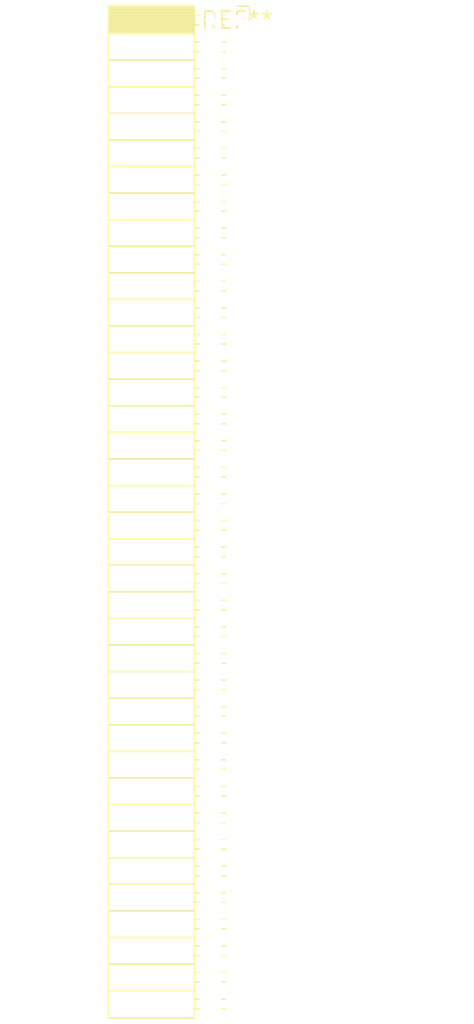
<source format=kicad_pcb>
(kicad_pcb (version 20240108) (generator pcbnew)
  (layers (0 "F.Cu" signal) (31 "B.Cu" signal) (34 "B.Paste" user) (35 "F.Paste" user) (36 "B.SilkS" user "B.Silkscreen") (37 "F.SilkS" user "F.Silkscreen") (38 "B.Mask" user) (39 "F.Mask" user) (44 "Edge.Cuts" user))
  (net 0 "")
  (footprint "PinSocket_2x38_P2.00mm_Horizontal" (layer "F.Cu") (at 0 0)
    (property "Reference" "REF**")
    (property "Value" "PinSocket_2x38_P2.00mm_Horizontal")
    (fp_line (start -9.68 -1.06) (end -9.68 75.06) (layer "F.SilkS") (stroke (width 0.12)))
    (fp_line (start -9.68 -1.06) (end -3.21 -1.06) (layer "F.SilkS") (stroke (width 0.12)))
    (fp_line (start -9.68 -0.94) (end -3.21 -0.94) (layer "F.SilkS") (stroke (width 0.12)))
    (fp_line (start -9.68 -0.825882) (end -3.21 -0.825882) (layer "F.SilkS") (stroke (width 0.12)))
    (fp_line (start -9.68 -0.711764) (end -3.21 -0.711764) (layer "F.SilkS") (stroke (width 0.12)))
    (fp_line (start -9.68 -0.597646) (end -3.21 -0.597646) (layer "F.SilkS") (stroke (width 0.12)))
    (fp_line (start -9.68 -0.483528) (end -3.21 -0.483528) (layer "F.SilkS") (stroke (width 0.12)))
    (fp_line (start -9.68 -0.36941) (end -3.21 -0.36941) (layer "F.SilkS") (stroke (width 0.12)))
    (fp_line (start -9.68 -0.255292) (end -3.21 -0.255292) (layer "F.SilkS") (stroke (width 0.12)))
    (fp_line (start -9.68 -0.141174) (end -3.21 -0.141174) (layer "F.SilkS") (stroke (width 0.12)))
    (fp_line (start -9.68 -0.027056) (end -3.21 -0.027056) (layer "F.SilkS") (stroke (width 0.12)))
    (fp_line (start -9.68 0.087062) (end -3.21 0.087062) (layer "F.SilkS") (stroke (width 0.12)))
    (fp_line (start -9.68 0.20118) (end -3.21 0.20118) (layer "F.SilkS") (stroke (width 0.12)))
    (fp_line (start -9.68 0.315298) (end -3.21 0.315298) (layer "F.SilkS") (stroke (width 0.12)))
    (fp_line (start -9.68 0.429416) (end -3.21 0.429416) (layer "F.SilkS") (stroke (width 0.12)))
    (fp_line (start -9.68 0.543534) (end -3.21 0.543534) (layer "F.SilkS") (stroke (width 0.12)))
    (fp_line (start -9.68 0.657652) (end -3.21 0.657652) (layer "F.SilkS") (stroke (width 0.12)))
    (fp_line (start -9.68 0.77177) (end -3.21 0.77177) (layer "F.SilkS") (stroke (width 0.12)))
    (fp_line (start -9.68 0.885888) (end -3.21 0.885888) (layer "F.SilkS") (stroke (width 0.12)))
    (fp_line (start -9.68 1) (end -3.21 1) (layer "F.SilkS") (stroke (width 0.12)))
    (fp_line (start -9.68 3) (end -3.21 3) (layer "F.SilkS") (stroke (width 0.12)))
    (fp_line (start -9.68 5) (end -3.21 5) (layer "F.SilkS") (stroke (width 0.12)))
    (fp_line (start -9.68 7) (end -3.21 7) (layer "F.SilkS") (stroke (width 0.12)))
    (fp_line (start -9.68 9) (end -3.21 9) (layer "F.SilkS") (stroke (width 0.12)))
    (fp_line (start -9.68 11) (end -3.21 11) (layer "F.SilkS") (stroke (width 0.12)))
    (fp_line (start -9.68 13) (end -3.21 13) (layer "F.SilkS") (stroke (width 0.12)))
    (fp_line (start -9.68 15) (end -3.21 15) (layer "F.SilkS") (stroke (width 0.12)))
    (fp_line (start -9.68 17) (end -3.21 17) (layer "F.SilkS") (stroke (width 0.12)))
    (fp_line (start -9.68 19) (end -3.21 19) (layer "F.SilkS") (stroke (width 0.12)))
    (fp_line (start -9.68 21) (end -3.21 21) (layer "F.SilkS") (stroke (width 0.12)))
    (fp_line (start -9.68 23) (end -3.21 23) (layer "F.SilkS") (stroke (width 0.12)))
    (fp_line (start -9.68 25) (end -3.21 25) (layer "F.SilkS") (stroke (width 0.12)))
    (fp_line (start -9.68 27) (end -3.21 27) (layer "F.SilkS") (stroke (width 0.12)))
    (fp_line (start -9.68 29) (end -3.21 29) (layer "F.SilkS") (stroke (width 0.12)))
    (fp_line (start -9.68 31) (end -3.21 31) (layer "F.SilkS") (stroke (width 0.12)))
    (fp_line (start -9.68 33) (end -3.21 33) (layer "F.SilkS") (stroke (width 0.12)))
    (fp_line (start -9.68 35) (end -3.21 35) (layer "F.SilkS") (stroke (width 0.12)))
    (fp_line (start -9.68 37) (end -3.21 37) (layer "F.SilkS") (stroke (width 0.12)))
    (fp_line (start -9.68 39) (end -3.21 39) (layer "F.SilkS") (stroke (width 0.12)))
    (fp_line (start -9.68 41) (end -3.21 41) (layer "F.SilkS") (stroke (width 0.12)))
    (fp_line (start -9.68 43) (end -3.21 43) (layer "F.SilkS") (stroke (width 0.12)))
    (fp_line (start -9.68 45) (end -3.21 45) (layer "F.SilkS") (stroke (width 0.12)))
    (fp_line (start -9.68 47) (end -3.21 47) (layer "F.SilkS") (stroke (width 0.12)))
    (fp_line (start -9.68 49) (end -3.21 49) (layer "F.SilkS") (stroke (width 0.12)))
    (fp_line (start -9.68 51) (end -3.21 51) (layer "F.SilkS") (stroke (width 0.12)))
    (fp_line (start -9.68 53) (end -3.21 53) (layer "F.SilkS") (stroke (width 0.12)))
    (fp_line (start -9.68 55) (end -3.21 55) (layer "F.SilkS") (stroke (width 0.12)))
    (fp_line (start -9.68 57) (end -3.21 57) (layer "F.SilkS") (stroke (width 0.12)))
    (fp_line (start -9.68 59) (end -3.21 59) (layer "F.SilkS") (stroke (width 0.12)))
    (fp_line (start -9.68 61) (end -3.21 61) (layer "F.SilkS") (stroke (width 0.12)))
    (fp_line (start -9.68 63) (end -3.21 63) (layer "F.SilkS") (stroke (width 0.12)))
    (fp_line (start -9.68 65) (end -3.21 65) (layer "F.SilkS") (stroke (width 0.12)))
    (fp_line (start -9.68 67) (end -3.21 67) (layer "F.SilkS") (stroke (width 0.12)))
    (fp_line (start -9.68 69) (end -3.21 69) (layer "F.SilkS") (stroke (width 0.12)))
    (fp_line (start -9.68 71) (end -3.21 71) (layer "F.SilkS") (stroke (width 0.12)))
    (fp_line (start -9.68 73) (end -3.21 73) (layer "F.SilkS") (stroke (width 0.12)))
    (fp_line (start -9.68 75.06) (end -3.21 75.06) (layer "F.SilkS") (stroke (width 0.12)))
    (fp_line (start -3.21 -1.06) (end -3.21 75.06) (layer "F.SilkS") (stroke (width 0.12)))
    (fp_line (start -3.21 -0.36) (end -2.862917 -0.36) (layer "F.SilkS") (stroke (width 0.12)))
    (fp_line (start -3.21 0.36) (end -2.862917 0.36) (layer "F.SilkS") (stroke (width 0.12)))
    (fp_line (start -3.21 1.64) (end -2.862917 1.64) (layer "F.SilkS") (stroke (width 0.12)))
    (fp_line (start -3.21 2.36) (end -2.862917 2.36) (layer "F.SilkS") (stroke (width 0.12)))
    (fp_line (start -3.21 3.64) (end -2.862917 3.64) (layer "F.SilkS") (stroke (width 0.12)))
    (fp_line (start -3.21 4.36) (end -2.862917 4.36) (layer "F.SilkS") (stroke (width 0.12)))
    (fp_line (start -3.21 5.64) (end -2.862917 5.64) (layer "F.SilkS") (stroke (width 0.12)))
    (fp_line (start -3.21 6.36) (end -2.862917 6.36) (layer "F.SilkS") (stroke (width 0.12)))
    (fp_line (start -3.21 7.64) (end -2.862917 7.64) (layer "F.SilkS") (stroke (width 0.12)))
    (fp_line (start -3.21 8.36) (end -2.862917 8.36) (layer "F.SilkS") (stroke (width 0.12)))
    (fp_line (start -3.21 9.64) (end -2.862917 9.64) (layer "F.SilkS") (stroke (width 0.12)))
    (fp_line (start -3.21 10.36) (end -2.862917 10.36) (layer "F.SilkS") (stroke (width 0.12)))
    (fp_line (start -3.21 11.64) (end -2.862917 11.64) (layer "F.SilkS") (stroke (width 0.12)))
    (fp_line (start -3.21 12.36) (end -2.862917 12.36) (layer "F.SilkS") (stroke (width 0.12)))
    (fp_line (start -3.21 13.64) (end -2.862917 13.64) (layer "F.SilkS") (stroke (width 0.12)))
    (fp_line (start -3.21 14.36) (end -2.862917 14.36) (layer "F.SilkS") (stroke (width 0.12)))
    (fp_line (start -3.21 15.64) (end -2.862917 15.64) (layer "F.SilkS") (stroke (width 0.12)))
    (fp_line (start -3.21 16.36) (end -2.862917 16.36) (layer "F.SilkS") (stroke (width 0.12)))
    (fp_line (start -3.21 17.64) (end -2.862917 17.64) (layer "F.SilkS") (stroke (width 0.12)))
    (fp_line (start -3.21 18.36) (end -2.862917 18.36) (layer "F.SilkS") (stroke (width 0.12)))
    (fp_line (start -3.21 19.64) (end -2.862917 19.64) (layer "F.SilkS") (stroke (width 0.12)))
    (fp_line (start -3.21 20.36) (end -2.862917 20.36) (layer "F.SilkS") (stroke (width 0.12)))
    (fp_line (start -3.21 21.64) (end -2.862917 21.64) (layer "F.SilkS") (stroke (width 0.12)))
    (fp_line (start -3.21 22.36) (end -2.862917 22.36) (layer "F.SilkS") (stroke (width 0.12)))
    (fp_line (start -3.21 23.64) (end -2.862917 23.64) (layer "F.SilkS") (stroke (width 0.12)))
    (fp_line (start -3.21 24.36) (end -2.862917 24.36) (layer "F.SilkS") (stroke (width 0.12)))
    (fp_line (start -3.21 25.64) (end -2.862917 25.64) (layer "F.SilkS") (stroke (width 0.12)))
    (fp_line (start -3.21 26.36) (end -2.862917 26.36) (layer "F.SilkS") (stroke (width 0.12)))
    (fp_line (start -3.21 27.64) (end -2.862917 27.64) (layer "F.SilkS") (stroke (width 0.12)))
    (fp_line (start -3.21 28.36) (end -2.862917 28.36) (layer "F.SilkS") (stroke (width 0.12)))
    (fp_line (start -3.21 29.64) (end -2.862917 29.64) (layer "F.SilkS") (stroke (width 0.12)))
    (fp_line (start -3.21 30.36) (end -2.862917 30.36) (layer "F.SilkS") (stroke (width 0.12)))
    (fp_line (start -3.21 31.64) (end -2.862917 31.64) (layer "F.SilkS") (stroke (width 0.12)))
    (fp_line (start -3.21 32.36) (end -2.862917 32.36) (layer "F.SilkS") (stroke (width 0.12)))
    (fp_line (start -3.21 33.64) (end -2.862917 33.64) (layer "F.SilkS") (stroke (width 0.12)))
    (fp_line (start -3.21 34.36) (end -2.862917 34.36) (layer "F.SilkS") (stroke (width 0.12)))
    (fp_line (start -3.21 35.64) (end -2.862917 35.64) (layer "F.SilkS") (stroke (width 0.12)))
    (fp_line (start -3.21 36.36) (end -2.862917 36.36) (layer "F.SilkS") (stroke (width 0.12)))
    (fp_line (start -3.21 37.64) (end -2.862917 37.64) (layer "F.SilkS") (stroke (width 0.12)))
    (fp_line (start -3.21 38.36) (end -2.862917 38.36) (layer "F.SilkS") (stroke (width 0.12)))
    (fp_line (start -3.21 39.64) (end -2.862917 39.64) (layer "F.SilkS") (stroke (width 0.12)))
    (fp_line (start -3.21 40.36) (end -2.862917 40.36) (layer "F.SilkS") (stroke (width 0.12)))
    (fp_line (start -3.21 41.64) (end -2.862917 41.64) (layer "F.SilkS") (stroke (width 0.12)))
    (fp_line (start -3.21 42.36) (end -2.862917 42.36) (layer "F.SilkS") (stroke (width 0.12)))
    (fp_line (start -3.21 43.64) (end -2.862917 43.64) (layer "F.SilkS") (stroke (width 0.12)))
    (fp_line (start -3.21 44.36) (end -2.862917 44.36) (layer "F.SilkS") (stroke (width 0.12)))
    (fp_line (start -3.21 45.64) (end -2.862917 45.64) (layer "F.SilkS") (stroke (width 0.12)))
    (fp_line (start -3.21 46.36) (end -2.862917 46.36) (layer "F.SilkS") (stroke (width 0.12)))
    (fp_line (start -3.21 47.64) (end -2.862917 47.64) (layer "F.SilkS") (stroke (width 0.12)))
    (fp_line (start -3.21 48.36) (end -2.862917 48.36) (layer "F.SilkS") (stroke (width 0.12)))
    (fp_line (start -3.21 49.64) (end -2.862917 49.64) (layer "F.SilkS") (stroke (width 0.12)))
    (fp_line (start -3.21 50.36) (end -2.862917 50.36) (layer "F.SilkS") (stroke (width 0.12)))
    (fp_line (start -3.21 51.64) (end -2.862917 51.64) (layer "F.SilkS") (stroke (width 0.12)))
    (fp_line (start -3.21 52.36) (end -2.862917 52.36) (layer "F.SilkS") (stroke (width 0.12)))
    (fp_line (start -3.21 53.64) (end -2.862917 53.64) (layer "F.SilkS") (stroke (width 0.12)))
    (fp_line (start -3.21 54.36) (end -2.862917 54.36) (layer "F.SilkS") (stroke (width 0.12)))
    (fp_line (start -3.21 55.64) (end -2.862917 55.64) (layer "F.SilkS") (stroke (width 0.12)))
    (fp_line (start -3.21 56.36) (end -2.862917 56.36) (layer "F.SilkS") (stroke (width 0.12)))
    (fp_line (start -3.21 57.64) (end -2.862917 57.64) (layer "F.SilkS") (stroke (width 0.12)))
    (fp_line (start -3.21 58.36) (end -2.862917 58.36) (layer "F.SilkS") (stroke (width 0.12)))
    (fp_line (start -3.21 59.64) (end -2.862917 59.64) (layer "F.SilkS") (stroke (width 0.12)))
    (fp_line (start -3.21 60.36) (end -2.862917 60.36) (layer "F.SilkS") (stroke (width 0.12)))
    (fp_line (start -3.21 61.64) (end -2.862917 61.64) (layer "F.SilkS") (stroke (width 0.12)))
    (fp_line (start -3.21 62.36) (end -2.862917 62.36) (layer "F.SilkS") (stroke (width 0.12)))
    (fp_line (start -3.21 63.64) (end -2.862917 63.64) (layer "F.SilkS") (stroke (width 0.12)))
    (fp_line (start -3.21 64.36) (end -2.862917 64.36) (layer "F.SilkS") (stroke (width 0.12)))
    (fp_line (start -3.21 65.64) (end -2.862917 65.64) (layer "F.SilkS") (stroke (width 0.12)))
    (fp_line (start -3.21 66.36) (end -2.862917 66.36) (layer "F.SilkS") (stroke (width 0.12)))
    (fp_line (start -3.21 67.64) (end -2.862917 67.64) (layer "F.SilkS") (stroke (width 0.12)))
    (fp_line (start -3.21 68.36) (end -2.862917 68.36) (layer "F.SilkS") (stroke (width 0.12)))
    (fp_line (start -3.21 69.64) (end -2.862917 69.64) (layer "F.SilkS") (stroke (width 0.12)))
    (fp_line (start -3.21 70.36) (end -2.862917 70.36) (layer "F.SilkS") (stroke (width 0.12)))
    (fp_line (start -3.21 71.64) (end -2.862917 71.64) (layer "F.SilkS") (stroke (width 0.12)))
    (fp_line (start -3.21 72.36) (end -2.862917 72.36) (layer "F.SilkS") (stroke (width 0.12)))
    (fp_line (start -3.21 73.64) (end -2.862917 73.64) (layer "F.SilkS") (stroke (width 0.12)))
    (fp_line (start -3.21 74.36) (end -2.862917 74.36) (layer "F.SilkS") (stroke (width 0.12)))
    (fp_line (start -1.137083 -0.36) (end -0.935 -0.36) (layer "F.SilkS") (stroke (width 0.12)))
    (fp_line (start -1.137083 0.36) (end -0.935 0.36) (layer "F.SilkS") (stroke (width 0.12)))
    (fp_line (start -1.137083 1.64) (end -0.862917 1.64) (layer "F.SilkS") (stroke (width 0.12)))
    (fp_line (start -1.137083 2.36) (end -0.862917 2.36) (layer "F.SilkS") (stroke (width 0.12)))
    (fp_line (start -1.137083 3.64) (end -0.862917 3.64) (layer "F.SilkS") (stroke (width 0.12)))
    (fp_line (start -1.137083 4.36) (end -0.862917 4.36) (layer "F.SilkS") (stroke (width 0.12)))
    (fp_line (start -1.137083 5.64) (end -0.862917 5.64) (layer "F.SilkS") (stroke (width 0.12)))
    (fp_line (start -1.137083 6.36) (end -0.862917 6.36) (layer "F.SilkS") (stroke (width 0.12)))
    (fp_line (start -1.137083 7.64) (end -0.862917 7.64) (layer "F.SilkS") (stroke (width 0.12)))
    (fp_line (start -1.137083 8.36) (end -0.862917 8.36) (layer "F.SilkS") (stroke (width 0.12)))
    (fp_line (start -1.137083 9.64) (end -0.862917 9.64) (layer "F.SilkS") (stroke (width 0.12)))
    (fp_line (start -1.137083 10.36) (end -0.862917 10.36) (layer "F.SilkS") (stroke (width 0.12)))
    (fp_line (start -1.137083 11.64) (end -0.862917 11.64) (layer "F.SilkS") (stroke (width 0.12)))
    (fp_line (start -1.137083 12.36) (end -0.862917 12.36) (layer "F.SilkS") (stroke (width 0.12)))
    (fp_line (start -1.137083 13.64) (end -0.862917 13.64) (layer "F.SilkS") (stroke (width 0.12)))
    (fp_line (start -1.137083 14.36) (end -0.862917 14.36) (layer "F.SilkS") (stroke (width 0.12)))
    (fp_line (start -1.137083 15.64) (end -0.862917 15.64) (layer "F.SilkS") (stroke (width 0.12)))
    (fp_line (start -1.137083 16.36) (end -0.862917 16.36) (layer "F.SilkS") (stroke (width 0.12)))
    (fp_line (start -1.137083 17.64) (end -0.862917 17.64) (layer "F.SilkS") (stroke (width 0.12)))
    (fp_line (start -1.137083 18.36) (end -0.862917 18.36) (layer "F.SilkS") (stroke (width 0.12)))
    (fp_line (start -1.137083 19.64) (end -0.862917 19.64) (layer "F.SilkS") (stroke (width 0.12)))
    (fp_line (start -1.137083 20.36) (end -0.862917 20.36) (layer "F.SilkS") (stroke (width 0.12)))
    (fp_line (start -1.137083 21.64) (end -0.862917 21.64) (layer "F.SilkS") (stroke (width 0.12)))
    (fp_line (start -1.137083 22.36) (end -0.862917 22.36) (layer "F.SilkS") (stroke (width 0.12)))
    (fp_line (start -1.137083 23.64) (end -0.862917 23.64) (layer "F.SilkS") (stroke (width 0.12)))
    (fp_line (start -1.137083 24.36) (end -0.862917 24.36) (layer "F.SilkS") (stroke (width 0.12)))
    (fp_line (start -1.137083 25.64) (end -0.862917 25.64) (layer "F.SilkS") (stroke (width 0.12)))
    (fp_line (start -1.137083 26.36) (end -0.862917 26.36) (layer "F.SilkS") (stroke (width 0.12)))
    (fp_line (start -1.137083 27.64) (end -0.862917 27.64) (layer "F.SilkS") (stroke (width 0.12)))
    (fp_line (start -1.137083 28.36) (end -0.862917 28.36) (layer "F.SilkS") (stroke (width 0.12)))
    (fp_line (start -1.137083 29.64) (end -0.862917 29.64) (layer "F.SilkS") (stroke (width 0.12)))
    (fp_line (start -1.137083 30.36) (end -0.862917 30.36) (layer "F.SilkS") (stroke (width 0.12)))
    (fp_line (start -1.137083 31.64) (end -0.862917 31.64) (layer "F.SilkS") (stroke (width 0.12)))
    (fp_line (start -1.137083 32.36) (end -0.862917 32.36) (layer "F.SilkS") (stroke (width 0.12)))
    (fp_line (start -1.137083 33.64) (end -0.862917 33.64) (layer "F.SilkS") (stroke (width 0.12)))
    (fp_line (start -1.137083 34.36) (end -0.862917 34.36) (layer "F.SilkS") (stroke (width 0.12)))
    (fp_line (start -1.137083 35.64) (end -0.862917 35.64) (layer "F.SilkS") (stroke (width 0.12)))
    (fp_line (start -1.137083 36.36) (end -0.862917 36.36) (layer "F.SilkS") (stroke (width 0.12)))
    (fp_line (start -1.137083 37.64) (end -0.862917 37.64) (layer "F.SilkS") (stroke (width 0.12)))
    (fp_line (start -1.137083 38.36) (end -0.862917 38.36) (layer "F.SilkS") (stroke (width 0.12)))
    (fp_line (start -1.137083 39.64) (end -0.862917 39.64) (layer "F.SilkS") (stroke (width 0.12)))
    (fp_line (start -1.137083 40.36) (end -0.862917 40.36) (layer "F.SilkS") (stroke (width 0.12)))
    (fp_line (start -1.137083 41.64) (end -0.862917 41.64) (layer "F.SilkS") (stroke (width 0.12)))
    (fp_line (start -1.137083 42.36) (end -0.862917 42.36) (layer "F.SilkS") (stroke (width 0.12)))
    (fp_line (start -1.137083 43.64) (end -0.862917 43.64) (layer "F.SilkS") (stroke (width 0.12)))
    (fp_line (start -1.137083 44.36) (end -0.862917 44.36) (layer "F.SilkS") (stroke (width 0.12)))
    (fp_line (start -1.137083 45.64) (end -0.862917 45.64) (layer "F.SilkS") (stroke (width 0.12)))
    (fp_line (start -1.137083 46.36) (end -0.862917 46.36) (layer "F.SilkS") (stroke (width 0.12)))
    (fp_line (start -1.137083 47.64) (end -0.862917 47.64) (layer "F.SilkS") (stroke (width 0.12)))
    (fp_line (start -1.137083 48.36) (end -0.862917 48.36) (layer "F.SilkS") (stroke (width 0.12)))
    (fp_line (start -1.137083 49.64) (end -0.862917 49.64) (layer "F.SilkS") (stroke (width 0.12)))
    (fp_line (start -1.137083 50.36) (end -0.862917 50.36) (layer "F.SilkS") (stroke (width 0.12)))
    (fp_line (start -1.137083 51.64) (end -0.862917 51.64) (layer "F.SilkS") (stroke (width 0.12)))
    (fp_line (start -1.137083 52.36) (end -0.862917 52.36) (layer "F.SilkS") (stroke (width 0.12)))
    (fp_line (start -1.137083 53.64) (end -0.862917 53.64) (layer "F.SilkS") (stroke (width 0.12)))
    (fp_line (start -1.137083 54.36) (end -0.862917 54.36) (layer "F.SilkS") (stroke (width 0.12)))
    (fp_line (start -1.137083 55.64) (end -0.862917 55.64) (layer "F.SilkS") (stroke (width 0.12)))
    (fp_line (start -1.137083 56.36) (end -0.862917 56.36) (layer "F.SilkS") (stroke (width 0.12)))
    (fp_line (start -1.137083 57.64) (end -0.862917 57.64) (layer "F.SilkS") (stroke (width 0.12)))
    (fp_line (start -1.137083 58.36) (end -0.862917 58.36) (layer "F.SilkS") (stroke (width 0.12)))
    (fp_line (start -1.137083 59.64) (end -0.862917 59.64) (layer "F.SilkS") (stroke (width 0.12)))
    (fp_line (start -1.137083 60.36) (end -0.862917 60.36) (layer "F.SilkS") (stroke (width 0.12)))
    (fp_line (start -1.137083 61.64) (end -0.862917 61.64) (layer "F.SilkS") (stroke (width 0.12)))
    (fp_line (start -1.137083 62.36) (end -0.862917 62.36) (layer "F.SilkS") (stroke (width 0.12)))
    (fp_line (start -1.137083 63.64) (end -0.862917 63.64) (layer "F.SilkS") (stroke (width 0.12)))
    (fp_line (start -1.137083 64.36) (end -0.862917 64.36) (layer "F.SilkS") (stroke (width 0.12)))
    (fp_line (start -1.137083 65.64) (end -0.862917 65.64) (layer "F.SilkS") (stroke (width 0.12)))
    (fp_line (start -1.137083 66.36) (end -0.862917 66.36) (layer "F.SilkS") (stroke (width 0.12)))
    (fp_line (start -1.137083 67.64) (end -0.862917 67.64) (layer "F.SilkS") (stroke (width 0.12)))
    (fp_line (start -1.137083 68.36) (end -0.862917 68.36) (layer "F.SilkS") (stroke (width 0.12)))
    (fp_line (start -1.137083 69.64) (end -0.862917 69.64) (layer "F.SilkS") (stroke (width 0.12)))
    (fp_line (start -1.137083 70.36) (end -0.862917 70.36) (layer "F.SilkS") (stroke (width 0.12)))
    (fp_line (start -1.137083 71.64) (end -0.862917 71.64) (layer "F.SilkS") (stroke (width 0.12)))
    (fp_line (start -1.137083 72.36) (end -0.862917 72.36) (layer "F.SilkS") (stroke (width 0.12)))
    (fp_line (start -1.137083 73.64) (end -0.862917 73.64) (layer "F.SilkS") (stroke (width 0.12)))
    (fp_line (start -1.137083 74.36) (end -0.862917 74.36) (layer "F.SilkS") (stroke (width 0.12)))
    (fp_line (start 0 -1.06) (end 0.935 -1.06) (layer "F.SilkS") (stroke (width 0.12)))
    (fp_line (start 0.935 -1.06) (end 0.935 0) (layer "F.SilkS") (stroke (width 0.12)))
    (pad "1" thru_hole rect (at 0 0) (size 1.35 1.35) (drill 0.8) (layers *.Cu *.Mask) (remove_unused_layers))
    (pad "2" thru_hole oval (at -2 0) (size 1.35 1.35) (drill 0.8) (layers *.Cu *.Mask) (remove_unused_layers))
    (pad "3" thru_hole oval (at 0 2) (size 1.35 1.35) (drill 0.8) (layers *.Cu *.Mask) (remove_unused_layers))
    (pad "4" thru_hole oval (at -2 2) (size 1.35 1.35) (drill 0.8) (layers *.Cu *.Mask) (remove_unused_layers))
    (pad "5" thru_hole oval (at 0 4) (size 1.35 1.35) (drill 0.8) (layers *.Cu *.Mask) (remove_unused_layers))
    (pad "6" thru_hole oval (at -2 4) (size 1.35 1.35) (drill 0.8) (layers *.Cu *.Mask) (remove_unused_layers))
    (pad "7" thru_hole oval (at 0 6) (size 1.35 1.35) (drill 0.8) (layers *.Cu *.Mask) (remove_unused_layers))
    (pad "8" thru_hole oval (at -2 6) (size 1.35 1.35) (drill 0.8) (layers *.Cu *.Mask) (remove_unused_layers))
    (pad "9" thru_hole oval (at 0 8) (size 1.35 1.35) (drill 0.8) (layers *.Cu *.Mask) (remove_unused_layers))
    (pad "10" thru_hole oval (at -2 8) (size 1.35 1.35) (drill 0.8) (layers *.Cu *.Mask) (remove_unused_layers))
    (pad "11" thru_hole oval (at 0 10) (size 1.35 1.35) (drill 0.8) (layers *.Cu *.Mask) (remove_unused_layers))
    (pad "12" thru_hole oval (at -2 10) (size 1.35 1.35) (drill 0.8) (layers *.Cu *.Mask) (remove_unused_layers))
    (pad "13" thru_hole oval (at 0 12) (size 1.35 1.35) (drill 0.8) (layers *.Cu *.Mask) (remove_unused_layers))
    (pad "14" thru_hole oval (at -2 12) (size 1.35 1.35) (drill 0.8) (layers *.Cu *.Mask) (remove_unused_layers))
    (pad "15" thru_hole oval (at 0 14) (size 1.35 1.35) (drill 0.8) (layers *.Cu *.Mask) (remove_unused_layers))
    (pad "16" thru_hole oval (at -2 14) (size 1.35 1.35) (drill 0.8) (layers *.Cu *.Mask) (remove_unused_layers))
    (pad "17" thru_hole oval (at 0 16) (size 1.35 1.35) (drill 0.8) (layers *.Cu *.Mask) (remove_unused_layers))
    (pad "18" thru_hole oval (at -2 16) (size 1.35 1.35) (drill 0.8) (layers *.Cu *.Mask) (remove_unused_layers))
    (pad "19" thru_hole oval (at 0 18) (size 1.35 1.35) (drill 0.8) (layers *.Cu *.Mask) (remove_unused_layers))
    (pad "20" thru_hole oval (at -2 18) (size 1.35 1.35) (drill 0.8) (layers *.Cu *.Mask) (remove_unused_layers))
    (pad "21" thru_hole oval (at 0 20) (size 1.35 1.35) (drill 0.8) (layers *.Cu *.Mask) (remove_unused_layers))
    (pad "22" thru_hole oval (at -2 20) (size 1.35 1.35) (drill 0.8) (layers *.Cu *.Mask) (remove_unused_layers))
    (pad "23" thru_hole oval (at 0 22) (size 1.35 1.35) (drill 0.8) (layers *.Cu *.Mask) (remove_unused_layers))
    (pad "24" thru_hole oval (at -2 22) (size 1.35 1.35) (drill 0.8) (layers *.Cu *.Mask) (remove_unused_layers))
    (pad "25" thru_hole oval (at 0 24) (size 1.35 1.35) (drill 0.8) (layers *.Cu *.Mask) (remove_unused_layers))
    (pad "26" thru_hole oval (at -2 24) (size 1.35 1.35) (drill 0.8) (layers *.Cu *.Mask) (remove_unused_layers))
    (pad "27" thru_hole oval (at 0 26) (size 1.35 1.35) (drill 0.8) (layers *.Cu *.Mask) (remove_unused_layers))
    (pad "28" thru_hole oval (at -2 26) (size 1.35 1.35) (drill 0.8) (layers *.Cu *.Mask) (remove_unused_layers))
    (pad "29" thru_hole oval (at 0 28) (size 1.35 1.35) (drill 0.8) (layers *.Cu *.Mask) (remove_unused_layers))
    (pad "30" thru_hole oval (at -2 28) (size 1.35 1.35) (drill 0.8) (layers *.Cu *.Mask) (remove_unused_layers))
    (pad "31" thru_hole oval (at 0 30) (size 1.35 1.35) (drill 0.8) (layers *.Cu *.Mask) (remove_unused_layers))
    (pad "32" thru_hole oval (at -2 30) (size 1.35 1.35) (drill 0.8) (layers *.Cu *.Mask) (remove_unused_layers))
    (pad "33" thru_hole oval (at 0 32) (size 1.35 1.35) (drill 0.8) (layers *.Cu *.Mask) (remove_unused_layers))
    (pad "34" thru_hole oval (at -2 32) (size 1.35 1.35) (drill 0.8) (layers *.Cu *.Mask) (remove_unused_layers))
    (pad "35" thru_hole oval (at 0 34) (size 1.35 1.35) (drill 0.8) (layers *.Cu *.Mask) (remove_unused_layers))
    (pad "36" thru_hole oval (at -2 34) (size 1.35 1.35) (drill 0.8) (layers *.Cu *.Mask) (remove_unused_layers))
    (pad "37" thru_hole oval (at 0 36) (size 1.35 1.35) (drill 0.8) (layers *.Cu *.Mask) (remove_unused_layers))
    (pad "38" thru_hole oval (at -2 36) (size 1.35 1.35) (drill 0.8) (layers *.Cu *.Mask) (remove_unused_layers))
    (pad "39" thru_hole oval (at 0 38) (size 1.35 1.35) (drill 0.8) (layers *.Cu *.Mask) (remove_unused_layers))
    (pad "40" thru_hole oval (at -2 38) (size 1.35 1.35) (drill 0.8) (layers *.Cu *.Mask) (remove_unused_layers))
    (pad "41" thru_hole oval (at 0 40) (size 1.35 1.35) (drill 0.8) (layers *.Cu *.Mask) (remove_unused_layers))
    (pad "42" thru_hole oval (at -2 40) (size 1.35 1.35) (drill 0.8) (layers *.Cu *.Mask) (remove_unused_layers))
    (pad "43" thru_hole oval (at 0 42) (size 1.35 1.35) (drill 0.8) (layers *.Cu *.Mask) (remove_unused_layers))
    (pad "44" thru_hole oval (at -2 42) (size 1.35 1.35) (drill 0.8) (layers *.Cu *.Mask) (remove_unused_layers))
    (pad "45" thru_hole oval (at 0 44) (size 1.35 1.35) (drill 0.8) (layers *.Cu *.Mask) (remove_unused_layers))
    (pad "46" thru_hole oval (at -2 44) (size 1.35 1.35) (drill 0.8) (layers *.Cu *.Mask) (remove_unused_layers))
    (pad "47" thru_hole oval (at 0 46) (size 1.35 1.35) (drill 0.8) (layers *.Cu *.Mask) (remove_unused_layers))
    (pad "48" thru_hole oval (at -2 46) (size 1.35 1.35) (drill 0.8) (layers *.Cu *.Mask) (remove_unused_layers))
    (pad "49" thru_hole oval (at 0 48) (size 1.35 1.35) (drill 0.8) (layers *.Cu *.Mask) (remove_unused_layers))
    (pad "50" thru_hole oval (at -2 48) (size 1.35 1.35) (drill 0.8) (layers *.Cu *.Mask) (remove_unused_layers))
    (pad "51" thru_hole oval (at 0 50) (size 1.35 1.35) (drill 0.8) (layers *.Cu *.Mask) (remove_unused_layers))
    (pad "52" thru_hole oval (at -2 50) (size 1.35 1.35) (drill 0.8) (layers *.Cu *.Mask) (remove_unused_layers))
    (pad "53" thru_hole oval (at 0 52) (size 1.35 1.35) (drill 0.8) (layers *.Cu *.Mask) (remove_unused_layers))
    (pad "54" thru_hole oval (at -2 52) (size 1.35 1.35) (drill 0.8) (layers *.Cu *.Mask) (remove_unused_layers))
    (pad "55" thru_hole oval (at 0 54) (size 1.35 1.35) (drill 0.8) (layers *.Cu *.Mask) (remove_unused_layers))
    (pad "56" thru_hole oval (at -2 54) (size 1.35 1.35) (drill 0.8) (layers *.Cu *.Mask) (remove_unused_layers))
    (pad "57" thru_hole oval (at 0 56) (size 1.35 1.35) (drill 0.8) (layers *.Cu *.Mask) (remove_unused_layers))
    (pad "58" thru_hole oval (at -2 56) (size 1.35 1.35) (drill 0.8) (layers *.Cu *.Mask) (remove_unused_layers))
    (pad "59" thru_hole oval (at 0 58) (size 1.35 1.35) (drill 0.8) (layers *.Cu *.Mask) (remove_unused_layers))
    (pad "60" thru_hole oval (at -2 58) (size 1.35 1.35) (drill 0.8) (layers *.Cu *.Mask) (remove_unused_layers))
    (pad "61" thru_hole oval (at 0 60) (size 1.35 1.35) (drill 0.8) (layers *.Cu *.Mask) (remove_unused_layers))
    (pad "62" thru_hole oval (at -2 60) (size 1.35 1.35) (drill 0.8) (layers *.Cu *.Mask) (remove_unused_layers))
    (pad "63" thru_hole oval (at 0 62) (size 1.35 1.35) (drill 0.8) (layers *.Cu *.Mask) (remove_unused_layers))
    (pad "64" thru_hole oval (at -2 62) (size 1.35 1.35) (drill 0.8) (layers *.Cu *.Mask) (remove_unused_layers))
    (pad "65" thru_hole oval (at 0 64) (size 1.35 1.35) (drill 0.8) (layers *.Cu *.Mask) (remove_unused_layers))
    (pad "66" thru_hole oval (at -2 64) (size 1.35 1.35) (drill 0.8) (layers *.Cu *.Mask) (remove_unused_layers))
    (pad "67" thru_hole oval (at 0 66) (size 1.35 1.35) (drill 0.8) (layers *.Cu *.Mask) (remove_unused_layers))
    (pad "68" thru_hole oval (at -2 66) (size 1.35 1.35) (drill 0.8) (layers *.Cu *.Mask) (remove_unused_layers))
    (pad "69" thru_hole oval (at 0 68) (size 1.35 1.35) (drill 0.8) (layers *.Cu *.Mask) (remove_unused_layers))
    (pad "70" thru_hole oval (at -2 68) (size 1.35 1.35) (drill 0.8) (layers *.Cu *.Mask) (remove_unused_layers))
    (pad "71" thru_hole oval (at 0 70) (size 1.35 1.35) (drill 0.8) (layers *.Cu *.Mask) (remove_unused_layers))
    (pad "72" thru_hole oval (at -2 70) (size 1.35 1.35) (drill 0.8) (layers *.Cu *.Mask) (remove_unused_layers))
    (pad "73" thru_hole oval (at 0 72) (size 1.35 1.35) (drill 0.8) (layers *.Cu *.Mask) (remove_unused_layers))
    (pad "74" thru_hole oval (at -2 72) (size 1.35 1.35) (drill 0.8) (layers *.Cu *.Mask) (remove_unused_layers))
    (pad "75" thru_hole oval (at 0 74) (size 1.35 1.35) (drill 0.8) (layers *.Cu *.Mask) (remove_unused_layers))
    (pad "76" thru_hole oval (at -2 74) (size 1.35 1.35) (drill 0.8) (layers *.Cu *.Mask) (remove_unused_layers))
  )
)
</source>
